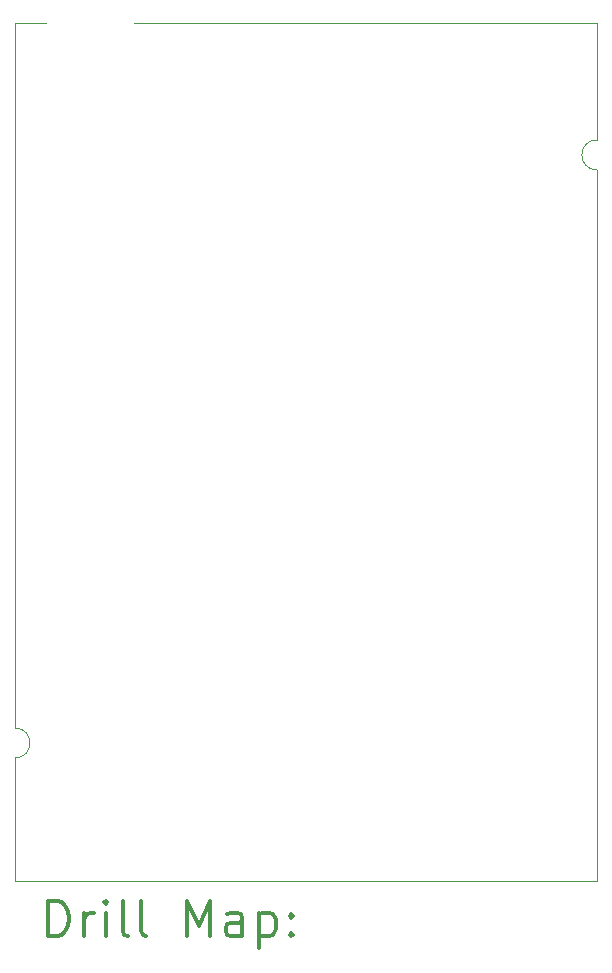
<source format=gbr>
%FSLAX45Y45*%
G04 Gerber Fmt 4.5, Leading zero omitted, Abs format (unit mm)*
G04 Created by KiCad (PCBNEW (5.1.10)-1) date 2022-08-09 16:28:00*
%MOMM*%
%LPD*%
G01*
G04 APERTURE LIST*
%TA.AperFunction,Profile*%
%ADD10C,0.050000*%
%TD*%
%ADD11C,0.200000*%
%ADD12C,0.300000*%
G04 APERTURE END LIST*
D10*
X8921400Y-9651780D02*
X8661400Y-9652000D01*
X13589000Y-9652000D02*
X9671400Y-9651780D01*
X13589000Y-10642600D02*
X13589000Y-9652000D01*
X8661400Y-9652000D02*
X8661400Y-15621000D01*
X13589000Y-16916400D02*
X13589000Y-10896600D01*
X8661400Y-16916400D02*
X13589000Y-16916400D01*
X8661400Y-15875000D02*
X8661400Y-16916400D01*
X13589000Y-10896600D02*
G75*
G02*
X13589000Y-10642600I0J127000D01*
G01*
X8661400Y-15621000D02*
G75*
G02*
X8661400Y-15875000I0J-127000D01*
G01*
D11*
D12*
X8945328Y-17384614D02*
X8945328Y-17084614D01*
X9016757Y-17084614D01*
X9059614Y-17098900D01*
X9088186Y-17127472D01*
X9102471Y-17156043D01*
X9116757Y-17213186D01*
X9116757Y-17256043D01*
X9102471Y-17313186D01*
X9088186Y-17341757D01*
X9059614Y-17370329D01*
X9016757Y-17384614D01*
X8945328Y-17384614D01*
X9245328Y-17384614D02*
X9245328Y-17184614D01*
X9245328Y-17241757D02*
X9259614Y-17213186D01*
X9273900Y-17198900D01*
X9302471Y-17184614D01*
X9331043Y-17184614D01*
X9431043Y-17384614D02*
X9431043Y-17184614D01*
X9431043Y-17084614D02*
X9416757Y-17098900D01*
X9431043Y-17113186D01*
X9445328Y-17098900D01*
X9431043Y-17084614D01*
X9431043Y-17113186D01*
X9616757Y-17384614D02*
X9588186Y-17370329D01*
X9573900Y-17341757D01*
X9573900Y-17084614D01*
X9773900Y-17384614D02*
X9745328Y-17370329D01*
X9731043Y-17341757D01*
X9731043Y-17084614D01*
X10116757Y-17384614D02*
X10116757Y-17084614D01*
X10216757Y-17298900D01*
X10316757Y-17084614D01*
X10316757Y-17384614D01*
X10588186Y-17384614D02*
X10588186Y-17227472D01*
X10573900Y-17198900D01*
X10545328Y-17184614D01*
X10488186Y-17184614D01*
X10459614Y-17198900D01*
X10588186Y-17370329D02*
X10559614Y-17384614D01*
X10488186Y-17384614D01*
X10459614Y-17370329D01*
X10445328Y-17341757D01*
X10445328Y-17313186D01*
X10459614Y-17284614D01*
X10488186Y-17270329D01*
X10559614Y-17270329D01*
X10588186Y-17256043D01*
X10731043Y-17184614D02*
X10731043Y-17484614D01*
X10731043Y-17198900D02*
X10759614Y-17184614D01*
X10816757Y-17184614D01*
X10845328Y-17198900D01*
X10859614Y-17213186D01*
X10873900Y-17241757D01*
X10873900Y-17327472D01*
X10859614Y-17356043D01*
X10845328Y-17370329D01*
X10816757Y-17384614D01*
X10759614Y-17384614D01*
X10731043Y-17370329D01*
X11002471Y-17356043D02*
X11016757Y-17370329D01*
X11002471Y-17384614D01*
X10988186Y-17370329D01*
X11002471Y-17356043D01*
X11002471Y-17384614D01*
X11002471Y-17198900D02*
X11016757Y-17213186D01*
X11002471Y-17227472D01*
X10988186Y-17213186D01*
X11002471Y-17198900D01*
X11002471Y-17227472D01*
M02*

</source>
